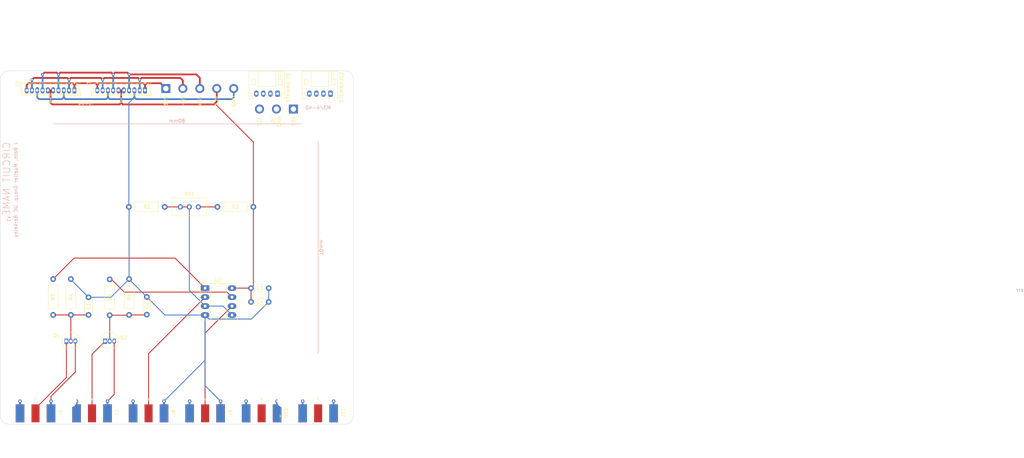
<source format=kicad_pcb>
(kicad_pcb (version 20241229) (generator "pcbnew") (generator_version "9.0")
  (layers (0 "F.Cu" signal) (4 "In1.Cu" signal) (6 "In2.Cu" signal) (2 "B.Cu" signal) (13 "F.Paste" user) (15 "B.Paste" user) (5 "F.SilkS" user "F.Silkscreen") (7 "B.SilkS" user "B.Silkscreen") (1 "F.Mask" user) (3 "B.Mask" user) (25 "Edge.Cuts" user))
  (net 0 "")
  (net 1 "GND")
  (net 2 "+5V")
  (net 3 "-5V")
  (net 4 "+12V")
  (net 5 "-12V")
  (net 6 "/I2C_SDA")
  (net 7 "/I2C_SCL")
  (net 8 "Net-(J6-In)")
  (net 9 "Net-(J7-In)")
  (net 10 "Net-(J8-In)")
  (net 11 "Net-(J9-In)")
  (net 12 "Net-(Q1-G)")
  (net 13 "Net-(Q2-G)")
  (net 14 "/Ref")
  (net 17 "VBUS")
  (net 18 "GNDS")
  (net 21 "Net-(R2-Pad2)")
  (net 22 "Net-(U1A-OUT)")
  (net 23 "Net-(U1B-OUT)")
  (footprint "Potentiometer_THT:Potentiometer_Bourns_3296W_Vertical" (layer "F.Cu") (at 156.08 88.5)
    (property "Reference" "RV1" (at -2.54 -3.66 0) (layer "F.SilkS"))
    (property "Value" "100k")
    (pad "1" thru_hole circle (at 0 0) (size 1.44 1.44) (drill 0.8) (layers "*.Cu" "*.Mask") (net 21 "Net-(R2-Pad2)"))
    (pad "2" thru_hole circle (at -2.54 0) (size 1.44 1.44) (drill 0.8) (layers "*.Cu" "*.Mask") (net 14 "/Ref"))
    (pad "3" thru_hole circle (at -5.08 0) (size 1.44 1.44) (drill 0.8) (layers "*.Cu" "*.Mask") (net 14 "/Ref"))
  )
  (footprint "Resistor_THT:R_Axial_DIN0207_L6.3mm_D2.5mm_P10.16mm_Horizontal" (layer "F.Cu") (at 136.42 88.5)
    (property "Reference" "R1" (at 5.08 0 0) (layer "F.SilkS"))
    (property "Value" "5R")
    (pad "1" thru_hole circle (at 0 0) (size 1.6 1.6) (drill 0.8) (layers "*.Cu" "*.Mask") (net 1 "GND"))
    (pad "2" thru_hole oval (at 10.16 0) (size 1.6 1.6) (drill 0.8) (layers "*.Cu" "*.Mask") (net 14 "/Ref"))
  )
  (footprint "Connector_Coaxial:SMA_Molex_73251-1153_EdgeMount_Horizontal" (layer "F.Cu") (at 190 145.21 90)
    (property "Reference" "J11" (at -1.5 7 90) (layer "F.SilkS"))
    (property "Value" "Conn_Coaxial")
    (pad "1" smd rect (at -1.72 0 90) (size 5.08 2.29) (layers "F.Cu" "F.Mask" "F.Paste"))
    (pad "2" smd rect (at -1.72 -4.38 90) (size 5.08 2.42) (layers "F.Cu" "F.Mask" "F.Paste"))
    (pad "2" smd rect (at -1.72 -4.38 90) (size 5.08 2.42) (layers "B.Cu" "B.Mask" "B.Paste"))
    (pad "2" smd rect (at -1.72 4.38 90) (size 5.08 2.42) (layers "F.Cu" "F.Mask" "F.Paste"))
    (pad "2" smd rect (at -1.72 4.38 90) (size 5.08 2.42) (layers "B.Cu" "B.Mask" "B.Paste"))
    (pad "2" smd rect (at 1.27 -4.38 90) (size 0.95 0.46) (layers "F.Cu"))
    (pad "2" smd rect (at 1.27 -4.38 90) (size 0.95 0.46) (layers "B.Cu"))
    (pad "2" smd rect (at 1.27 4.38 90) (size 0.95 0.46) (layers "F.Cu"))
    (pad "2" smd rect (at 1.27 4.38 90) (size 0.95 0.46) (layers "B.Cu"))
    (pad "2" thru_hole circle (at 1.72 -4.38 90) (size 0.97 0.97) (drill 0.46) (layers "*.Cu"))
    (pad "2" thru_hole circle (at 1.72 4.38 90) (size 0.97 0.97) (drill 0.46) (layers "*.Cu"))
  )
  (footprint "Connector_Wire:SolderWire-0.75sqmm_1x05_P4.8mm_D1.25mm_OD2.3mm" (layer "F.Cu") (at 146.9 55)
    (property "Reference" "J4" (hide yes))
    (property "Value" "Conn_01x05")
    (pad "1" thru_hole roundrect (at 0 0) (size 2.55 2.55) (drill 1.55) (layers "*.Cu" "*.Mask") (roundrect_rratio 0.098039) (net 5 "-12V"))
    (pad "2" thru_hole circle (at 4.8 0) (size 2.55 2.55) (drill 1.55) (layers "*.Cu" "*.Mask") (net 3 "-5V"))
    (pad "3" thru_hole circle (at 9.6 0) (size 2.55 2.55) (drill 1.55) (layers "*.Cu" "*.Mask") (net 2 "+5V"))
    (pad "4" thru_hole circle (at 14.4 0) (size 2.55 2.55) (drill 1.55) (layers "*.Cu" "*.Mask") (net 4 "+12V"))
    (pad "5" thru_hole circle (at 19.2 0) (size 2.55 2.55) (drill 1.55) (layers "*.Cu" "*.Mask") (net 1 "GND"))
  )
  (footprint "Connector_JST:JST_ZH_B10B-ZR_1x10_P1.50mm_Vertical" (layer "F.Cu") (at 141 55.5 180)
    (property "Reference" "J1" (at 16 1.75 270) (layer "F.SilkS"))
    (property "Value" "Conn_01x10_Pin")
    (pad "1" thru_hole roundrect (at 0 0 180) (size 1.03 1.73) (drill 0.73) (layers "*.Cu" "*.Mask") (roundrect_rratio 0.242718) (net 5 "-12V"))
    (pad "2" thru_hole oval (at 1.5 0 180) (size 1.03 1.73) (drill 0.73) (layers "*.Cu" "*.Mask") (net 3 "-5V"))
    (pad "3" thru_hole oval (at 3 0 180) (size 1.03 1.73) (drill 0.73) (layers "*.Cu" "*.Mask") (net 1 "GND"))
    (pad "4" thru_hole oval (at 4.5 0 180) (size 1.03 1.73) (drill 0.73) (layers "*.Cu" "*.Mask") (net 2 "+5V"))
    (pad "5" thru_hole oval (at 6 0 180) (size 1.03 1.73) (drill 0.73) (layers "*.Cu" "*.Mask") (net 4 "+12V"))
    (pad "6" thru_hole oval (at 7.5 0 180) (size 1.03 1.73) (drill 0.73) (layers "*.Cu" "*.Mask") (net 4 "+12V"))
    (pad "7" thru_hole oval (at 9 0 180) (size 1.03 1.73) (drill 0.73) (layers "*.Cu" "*.Mask") (net 2 "+5V"))
    (pad "8" thru_hole oval (at 10.5 0 180) (size 1.03 1.73) (drill 0.73) (layers "*.Cu" "*.Mask") (net 1 "GND"))
    (pad "9" thru_hole oval (at 12 0 180) (size 1.03 1.73) (drill 0.73) (layers "*.Cu" "*.Mask") (net 3 "-5V"))
    (pad "10" thru_hole oval (at 13.5 0 180) (size 1.03 1.73) (drill 0.73) (layers "*.Cu" "*.Mask") (net 5 "-12V"))
  )
  (footprint "Capacitor_THT:C_Disc_D4.3mm_W1.9mm_P5.00mm" (layer "F.Cu") (at 171 115.39)
    (property "Reference" "C4" (at 2.5 0 0) (layer "F.SilkS"))
    (property "Value" "10u")
    (pad "1" thru_hole circle (at 0 0) (size 1.6 1.6) (drill 0.8) (layers "*.Cu" "*.Mask") (net 4 "+12V"))
    (pad "2" thru_hole circle (at 5 0) (size 1.6 1.6) (drill 0.8) (layers "*.Cu" "*.Mask") (net 1 "GND"))
  )
  (footprint "MountingHole:MountingHole_3.2mm_M3" (layer "F.Cu") (at 190 135)
    (property "Reference" "H4" (hide yes))
    (property "Value" "MountingHole")
    (pad "" np_thru_hole circle (at 0 0) (size 3.2 3.2) (drill 3.2) (layers "*.Cu" "*.Mask"))
  )
  (footprint "MountingHole:MountingHole_3.2mm_M3" (layer "F.Cu") (at 110 65)
    (property "Reference" "H5" (hide yes))
    (property "Value" "MountingHole")
    (pad "" np_thru_hole circle (at 0 0) (size 3.2 3.2) (drill 3.2) (layers "*.Cu" "*.Mask"))
  )
  (footprint "Connector_Coaxial:SMA_Molex_73251-1153_EdgeMount_Horizontal" (layer "F.Cu") (at 142 145.21 90)
    (property "Reference" "J8" (at -1.5 7 90) (layer "F.SilkS"))
    (property "Value" "Conn_Coaxial")
    (pad "1" smd rect (at -1.72 0 90) (size 5.08 2.29) (layers "F.Cu" "F.Mask" "F.Paste") (net 10 "Net-(J8-In)"))
    (pad "2" smd rect (at -1.72 -4.38 90) (size 5.08 2.42) (layers "F.Cu" "F.Mask" "F.Paste") (net 1 "GND"))
    (pad "2" smd rect (at -1.72 -4.38 90) (size 5.08 2.42) (layers "B.Cu" "B.Mask" "B.Paste") (net 1 "GND"))
    (pad "2" smd rect (at -1.72 4.38 90) (size 5.08 2.42) (layers "F.Cu" "F.Mask" "F.Paste") (net 1 "GND"))
    (pad "2" smd rect (at -1.72 4.38 90) (size 5.08 2.42) (layers "B.Cu" "B.Mask" "B.Paste") (net 1 "GND"))
    (pad "2" smd rect (at 1.27 -4.38 90) (size 0.95 0.46) (layers "F.Cu") (net 1 "GND"))
    (pad "2" smd rect (at 1.27 -4.38 90) (size 0.95 0.46) (layers "B.Cu") (net 1 "GND"))
    (pad "2" smd rect (at 1.27 4.38 90) (size 0.95 0.46) (layers "F.Cu") (net 1 "GND"))
    (pad "2" smd rect (at 1.27 4.38 90) (size 0.95 0.46) (layers "B.Cu") (net 1 "GND"))
    (pad "2" thru_hole circle (at 1.72 -4.38 90) (size 0.97 0.97) (drill 0.46) (layers "*.Cu") (net 1 "GND"))
    (pad "2" thru_hole circle (at 1.72 4.38 90) (size 0.97 0.97) (drill 0.46) (layers "*.Cu") (net 1 "GND"))
  )
  (footprint "Connector_JST:JST_PH_S4B-PH-K_1x04_P2.00mm_Horizontal" (layer "F.Cu") (at 178.5 56.45 180)
    (property "Reference" "J3" (at -3.1 4.85 90) (layer "F.SilkS"))
    (property "Value" "Conn_01x04_Pin")
    (pad "1" thru_hole roundrect (at 0 0 180) (size 1.2 1.75) (drill 0.75) (layers "*.Cu" "*.Mask") (roundrect_rratio 0.208333) (net 7 "/I2C_SCL"))
    (pad "2" thru_hole oval (at 2 0 180) (size 1.2 1.75) (drill 0.75) (layers "*.Cu" "*.Mask") (net 6 "/I2C_SDA"))
    (pad "3" thru_hole oval (at 4 0 180) (size 1.2 1.75) (drill 0.75) (layers "*.Cu" "*.Mask") (net 17 "VBUS"))
    (pad "4" thru_hole oval (at 6 0 180) (size 1.2 1.75) (drill 0.75) (layers "*.Cu" "*.Mask") (net 18 "GNDS"))
  )
  (footprint "Capacitor_THT:C_Disc_D4.3mm_W1.9mm_P5.00mm" (layer "F.Cu") (at 125 119.08 90)
    (property "Reference" "C1" (at 2.5 0 90) (layer "F.SilkS"))
    (property "Value" "1u")
    (pad "1" thru_hole circle (at 0 0 90) (size 1.6 1.6) (drill 0.8) (layers "*.Cu" "*.Mask") (net 12 "Net-(Q1-G)"))
    (pad "2" thru_hole circle (at 5 0 90) (size 1.6 1.6) (drill 0.8) (layers "*.Cu" "*.Mask") (net 1 "GND"))
  )
  (footprint "MountingHole:MountingHole_3.2mm_M3" (layer "F.Cu") (at 190 65)
    (property "Reference" "H6" (hide yes))
    (property "Value" "MountingHole")
    (pad "" np_thru_hole circle (at 0 0) (size 3.2 3.2) (drill 3.2) (layers "*.Cu" "*.Mask"))
  )
  (footprint "Package_TO_SOT_THT:TO-92_Inline" (layer "F.Cu") (at 118.73 126.5)
    (property "Reference" "Q1" (at -2.73 -1.5 0) (layer "F.SilkS"))
    (property "Value" "BS107")
    (pad "1" thru_hole rect (at 0 0) (size 1.05 1.5) (drill 0.75) (layers "*.Cu" "*.Mask") (net 8 "Net-(J6-In)"))
    (pad "2" thru_hole oval (at 1.27 0) (size 1.05 1.5) (drill 0.75) (layers "*.Cu" "*.Mask") (net 12 "Net-(Q1-G)"))
    (pad "3" thru_hole oval (at 2.54 0) (size 1.05 1.5) (drill 0.75) (layers "*.Cu" "*.Mask") (net 1 "GND"))
  )
  (footprint "MountingHole:MountingHole_3.2mm_M3" (layer "F.Cu") (at 110 135)
    (property "Reference" "H3" (hide yes))
    (property "Value" "MountingHole")
    (pad "" np_thru_hole circle (at 0 0) (size 3.2 3.2) (drill 3.2) (layers "*.Cu" "*.Mask"))
  )
  (footprint "Resistor_THT:R_Axial_DIN0207_L6.3mm_D2.5mm_P10.16mm_Horizontal" (layer "F.Cu") (at 115 108.92 -90)
    (property "Reference" "R3" (at 5.08 0 90) (layer "F.SilkS"))
    (property "Value" "100k")
    (pad "1" thru_hole circle (at 0 0 270) (size 1.6 1.6) (drill 0.8) (layers "*.Cu" "*.Mask") (net 22 "Net-(U1A-OUT)"))
    (pad "2" thru_hole oval (at 10.16 0 270) (size 1.6 1.6) (drill 0.8) (layers "*.Cu" "*.Mask") (net 12 "Net-(Q1-G)"))
  )
  (footprint "Resistor_THT:R_Axial_DIN0207_L6.3mm_D2.5mm_P10.16mm_Horizontal" (layer "F.Cu") (at 131 109 -90)
    (property "Reference" "R5" (at 5.08 0 90) (layer "F.SilkS"))
    (property "Value" "100k")
    (pad "1" thru_hole circle (at 0 0 270) (size 1.6 1.6) (drill 0.8) (layers "*.Cu" "*.Mask") (net 23 "Net-(U1B-OUT)"))
    (pad "2" thru_hole oval (at 10.16 0 270) (size 1.6 1.6) (drill 0.8) (layers "*.Cu" "*.Mask") (net 13 "Net-(Q2-G)"))
  )
  (footprint "Resistor_THT:R_Axial_DIN0207_L6.3mm_D2.5mm_P10.16mm_Horizontal" (layer "F.Cu") (at 120 119.08 90)
    (property "Reference" "R4" (at 5.08 0 90) (layer "F.SilkS"))
    (property "Value" "100k")
    (pad "1" thru_hole circle (at 0 0 90) (size 1.6 1.6) (drill 0.8) (layers "*.Cu" "*.Mask") (net 12 "Net-(Q1-G)"))
    (pad "2" thru_hole oval (at 10.16 0 90) (size 1.6 1.6) (drill 0.8) (layers "*.Cu" "*.Mask") (net 1 "GND"))
  )
  (footprint "matterwaves:Keystone 621" (layer "F.Cu") (at 180 143.6 180)
    (property "Reference" "H2" (at 0 -4.2 180) (layer "F.SilkS"))
    (property "Value" "Keystone Electronics 621")
    (pad "" np_thru_hole circle (at 0 0 180) (size 3.2 3.2) (drill 3.2) (layers "*.Cu" "*.Mask"))
  )
  (footprint "Capacitor_THT:C_Disc_D4.3mm_W1.9mm_P5.00mm" (layer "F.Cu") (at 141.5 119 90)
    (property "Reference" "C2" (at 2.5 0 90) (layer "F.SilkS"))
    (property "Value" "1u")
    (pad "1" thru_hole circle (at 0 0 90) (size 1.6 1.6) (drill 0.8) (layers "*.Cu" "*.Mask") (net 13 "Net-(Q2-G)"))
    (pad "2" thru_hole circle (at 5 0 90) (size 1.6 1.6) (drill 0.8) (layers "*.Cu" "*.Mask") (net 1 "GND"))
  )
  (footprint "Connector_Coaxial:SMA_Molex_73251-1153_EdgeMount_Horizontal" (layer "F.Cu") (at 126 145.21 90)
    (property "Reference" "J7" (at -1.5 7 90) (layer "F.SilkS"))
    (property "Value" "Conn_Coaxial")
    (pad "1" smd rect (at -1.72 0 90) (size 5.08 2.29) (layers "F.Cu" "F.Mask" "F.Paste") (net 9 "Net-(J7-In)"))
    (pad "2" smd rect (at -1.72 -4.38 90) (size 5.08 2.42) (layers "F.Cu" "F.Mask" "F.Paste") (net 1 "GND"))
    (pad "2" smd rect (at -1.72 -4.38 90) (size 5.08 2.42) (layers "B.Cu" "B.Mask" "B.Paste") (net 1 "GND"))
    (pad "2" smd rect (at -1.72 4.38 90) (size 5.08 2.42) (layers "F.Cu" "F.Mask" "F.Paste") (net 1 "GND"))
    (pad "2" smd rect (at -1.72 4.38 90) (size 5.08 2.42) (layers "B.Cu" "B.Mask" "B.Paste") (net 1 "GND"))
    (pad "2" smd rect (at 1.27 -4.38 90) (size 0.95 0.46) (layers "F.Cu") (net 1 "GND"))
    (pad "2" smd rect (at 1.27 -4.38 90) (size 0.95 0.46) (layers "B.Cu") (net 1 "GND"))
    (pad "2" smd rect (at 1.27 4.38 90) (size 0.95 0.46) (layers "F.Cu") (net 1 "GND"))
    (pad "2" smd rect (at 1.27 4.38 90) (size 0.95 0.46) (layers "B.Cu") (net 1 "GND"))
    (pad "2" thru_hole circle (at 1.72 -4.38 90) (size 0.97 0.97) (drill 0.46) (layers "*.Cu") (net 1 "GND"))
    (pad "2" thru_hole circle (at 1.72 4.38 90) (size 0.97 0.97) (drill 0.46) (layers "*.Cu") (net 1 "GND"))
  )
  (footprint "Package_DIP:DIP-8_W7.62mm_Socket_LongPads" (layer "F.Cu") (at 158 111.5)
    (property "Reference" "U1" (at 3.81 -2.33 0) (layer "F.SilkS"))
    (property "Value" "AD823")
    (pad "1" thru_hole roundrect (at 0 0) (size 2.4 1.6) (drill 0.8) (layers "*.Cu" "*.Mask") (roundrect_rratio 0.15625) (net 22 "Net-(U1A-OUT)"))
    (pad "2" thru_hole oval (at 0 2.54) (size 2.4 1.6) (drill 0.8) (layers "*.Cu" "*.Mask") (net 10 "Net-(J8-In)"))
    (pad "3" thru_hole oval (at 0 5.08) (size 2.4 1.6) (drill 0.8) (layers "*.Cu" "*.Mask") (net 14 "/Ref"))
    (pad "4" thru_hole oval (at 0 7.62) (size 2.4 1.6) (drill 0.8) (layers "*.Cu" "*.Mask") (net 1 "GND"))
    (pad "5" thru_hole oval (at 7.62 7.62) (size 2.4 1.6) (drill 0.8) (layers "*.Cu" "*.Mask") (net 14 "/Ref"))
    (pad "6" thru_hole oval (at 7.62 5.08) (size 2.4 1.6) (drill 0.8) (layers "*.Cu" "*.Mask") (net 11 "Net-(J9-In)"))
    (pad "7" thru_hole oval (at 7.62 2.54) (size 2.4 1.6) (drill 0.8) (layers "*.Cu" "*.Mask") (net 23 "Net-(U1B-OUT)"))
    (pad "8" thru_hole oval (at 7.62 0) (size 2.4 1.6) (drill 0.8) (layers "*.Cu" "*.Mask") (net 4 "+12V"))
  )
  (footprint "Connector_JST:JST_ZH_B10B-ZR_1x10_P1.50mm_Vertical" (layer "F.Cu") (at 121 55.5 180)
    (property "Reference" "J2" (at 16 1.75 270) (layer "F.SilkS"))
    (property "Value" "Conn_01x10_Pin")
    (pad "1" thru_hole roundrect (at 0 0 180) (size 1.03 1.73) (drill 0.73) (layers "*.Cu" "*.Mask") (roundrect_rratio 0.242718) (net 5 "-12V"))
    (pad "2" thru_hole oval (at 1.5 0 180) (size 1.03 1.73) (drill 0.73) (layers "*.Cu" "*.Mask") (net 3 "-5V"))
    (pad "3" thru_hole oval (at 3 0 180) (size 1.03 1.73) (drill 0.73) (layers "*.Cu" "*.Mask") (net 1 "GND"))
    (pad "4" thru_hole oval (at 4.5 0 180) (size 1.03 1.73) (drill 0.73) (layers "*.Cu" "*.Mask") (net 2 "+5V"))
    (pad "5" thru_hole oval (at 6 0 180) (size 1.03 1.73) (drill 0.73) (layers "*.Cu" "*.Mask") (net 4 "+12V"))
    (pad "6" thru_hole oval (at 7.5 0 180) (size 1.03 1.73) (drill 0.73) (layers "*.Cu" "*.Mask") (net 4 "+12V"))
    (pad "7" thru_hole oval (at 9 0 180) (size 1.03 1.73) (drill 0.73) (layers "*.Cu" "*.Mask") (net 2 "+5V"))
    (pad "8" thru_hole oval (at 10.5 0 180) (size 1.03 1.73) (drill 0.73) (layers "*.Cu" "*.Mask") (net 1 "GND"))
    (pad "9" thru_hole oval (at 12 0 180) (size 1.03 1.73) (drill 0.73) (layers "*.Cu" "*.Mask") (net 3 "-5V"))
    (pad "10" thru_hole oval (at 13.5 0 180) (size 1.03 1.73) (drill 0.73) (layers "*.Cu" "*.Mask") (net 5 "-12V"))
  )
  (footprint "Connector_Wire:SolderWire-0.75sqmm_1x03_P4.8mm_D1.25mm_OD2.3mm" (layer "F.Cu") (at 183 60.8 180)
    (property "Reference" "J5" (hide yes))
    (property "Value" "Conn_01x03")
    (pad "1" thru_hole roundrect (at 0 0 180) (size 2.55 2.55) (drill 1.55) (layers "*.Cu" "*.Mask") (roundrect_rratio 0.098039) (net 6 "/I2C_SDA"))
    (pad "2" thru_hole circle (at 4.8 0 180) (size 2.55 2.55) (drill 1.55) (layers "*.Cu" "*.Mask") (net 18 "GNDS"))
    (pad "3" thru_hole circle (at 9.6 0 180) (size 2.55 2.55) (drill 1.55) (layers "*.Cu" "*.Mask") (net 7 "/I2C_SCL"))
  )
  (footprint "Connector_Coaxial:SMA_Molex_73251-1153_EdgeMount_Horizontal" (layer "F.Cu") (at 158 145.21 90)
    (property "Reference" "J9" (at -1.5 7 90) (layer "F.SilkS"))
    (property "Value" "Conn_Coaxial")
    (pad "1" smd rect (at -1.72 0 90) (size 5.08 2.29) (layers "F.Cu" "F.Mask" "F.Paste") (net 11 "Net-(J9-In)"))
    (pad "2" smd rect (at -1.72 -4.38 90) (size 5.08 2.42) (layers "F.Cu" "F.Mask" "F.Paste") (net 1 "GND"))
    (pad "2" smd rect (at -1.72 -4.38 90) (size 5.08 2.42) (layers "B.Cu" "B.Mask" "B.Paste") (net 1 "GND"))
    (pad "2" smd rect (at -1.72 4.38 90) (size 5.08 2.42) (layers "F.Cu" "F.Mask" "F.Paste") (net 1 "GND"))
    (pad "2" smd rect (at -1.72 4.38 90) (size 5.08 2.42) (layers "B.Cu" "B.Mask" "B.Paste") (net 1 "GND"))
    (pad "2" smd rect (at 1.27 -4.38 90) (size 0.95 0.46) (layers "F.Cu") (net 1 "GND"))
    (pad "2" smd rect (at 1.27 -4.38 90) (size 0.95 0.46) (layers "B.Cu") (net 1 "GND"))
    (pad "2" smd rect (at 1.27 4.38 90) (size 0.95 0.46) (layers "F.Cu") (net 1 "GND"))
    (pad "2" smd rect (at 1.27 4.38 90) (size 0.95 0.46) (layers "B.Cu") (net 1 "GND"))
    (pad "2" thru_hole circle (at 1.72 -4.38 90) (size 0.97 0.97) (drill 0.46) (layers "*.Cu") (net 1 "GND"))
    (pad "2" thru_hole circle (at 1.72 4.38 90) (size 0.97 0.97) (drill 0.46) (layers "*.Cu") (net 1 "GND"))
  )
  (footprint "matterwaves:Keystone 621" (layer "F.Cu") (at 120 143.6 180)
    (property "Reference" "H1" (hide yes))
    (property "Value" "Keystone Electronics 621")
    (pad "" np_thru_hole circle (at 0 0 180) (size 3.2 3.2) (drill 3.2) (layers "*.Cu" "*.Mask"))
  )
  (footprint "Connector_JST:JST_PH_S4B-PH-K_1x04_P2.00mm_Horizontal" (layer "F.Cu") (at 193.5 56.45 180)
    (property "Reference" "J12" (at -3.1 4.85 90) (layer "F.SilkS"))
    (property "Value" "Conn_01x04_Pin")
    (pad "1" thru_hole roundrect (at 0 0 180) (size 1.2 1.75) (drill 0.75) (layers "*.Cu" "*.Mask") (roundrect_rratio 0.208333) (net 7 "/I2C_SCL"))
    (pad "2" thru_hole oval (at 2 0 180) (size 1.2 1.75) (drill 0.75) (layers "*.Cu" "*.Mask") (net 6 "/I2C_SDA"))
    (pad "3" thru_hole oval (at 4 0 180) (size 1.2 1.75) (drill 0.75) (layers "*.Cu" "*.Mask") (net 17 "VBUS"))
    (pad "4" thru_hole oval (at 6 0 180) (size 1.2 1.75) (drill 0.75) (layers "*.Cu" "*.Mask") (net 18 "GNDS"))
  )
  (footprint "Connector_Coaxial:SMA_Molex_73251-1153_EdgeMount_Horizontal" (layer "F.Cu") (at 174 145.21 90)
    (property "Reference" "J10" (at -1.5 7 90) (layer "F.SilkS"))
    (property "Value" "Conn_Coaxial")
    (pad "1" smd rect (at -1.72 0 90) (size 5.08 2.29) (layers "F.Cu" "F.Mask" "F.Paste"))
    (pad "2" smd rect (at -1.72 -4.38 90) (size 5.08 2.42) (layers "F.Cu" "F.Mask" "F.Paste"))
    (pad "2" smd rect (at -1.72 -4.38 90) (size 5.08 2.42) (layers "B.Cu" "B.Mask" "B.Paste"))
    (pad "2" smd rect (at -1.72 4.38 90) (size 5.08 2.42) (layers "F.Cu" "F.Mask" "F.Paste"))
    (pad "2" smd rect (at -1.72 4.38 90) (size 5.08 2.42) (layers "B.Cu" "B.Mask" "B.Paste"))
    (pad "2" smd rect (at 1.27 -4.38 90) (size 0.95 0.46) (layers "F.Cu"))
    (pad "2" smd rect (at 1.27 -4.38 90) (size 0.95 0.46) (layers "B.Cu"))
    (pad "2" smd rect (at 1.27 4.38 90) (size 0.95 0.46) (layers "F.Cu"))
    (pad "2" smd rect (at 1.27 4.38 90) (size 0.95 0.46) (layers "B.Cu"))
    (pad "2" thru_hole circle (at 1.72 -4.38 90) (size 0.97 0.97) (drill 0.46) (layers "*.Cu"))
    (pad "2" thru_hole circle (at 1.72 4.38 90) (size 0.97 0.97) (drill 0.46) (layers "*.Cu"))
  )
  (footprint "Resistor_THT:R_Axial_DIN0207_L6.3mm_D2.5mm_P10.16mm_Horizontal" (layer "F.Cu") (at 136.5 119.08 90)
    (property "Reference" "R6" (at 5.08 0 90) (layer "F.SilkS"))
    (property "Value" "100k")
    (pad "1" thru_hole circle (at 0 0 90) (size 1.6 1.6) (drill 0.8) (layers "*.Cu" "*.Mask") (net 13 "Net-(Q2-G)"))
    (pad "2" thru_hole oval (at 10.16 0 90) (size 1.6 1.6) (drill 0.8) (layers "*.Cu" "*.Mask") (net 1 "GND"))
  )
  (footprint "Resistor_THT:R_Axial_DIN0207_L6.3mm_D2.5mm_P10.16mm_Horizontal" (layer "F.Cu") (at 171.66 88.5 180)
    (property "Reference" "R2" (at 5.08 0 0) (layer "F.SilkS"))
    (property "Value" "47k")
    (pad "1" thru_hole circle (at 0 0 180) (size 1.6 1.6) (drill 0.8) (layers "*.Cu" "*.Mask") (net 4 "+12V"))
    (pad "2" thru_hole oval (at 10.16 0 180) (size 1.6 1.6) (drill 0.8) (layers "*.Cu" "*.Mask") (net 21 "Net-(R2-Pad2)"))
  )
  (footprint "Capacitor_THT:C_Disc_D4.3mm_W1.9mm_P5.00mm" (layer "F.Cu") (at 171 111.5)
    (property "Reference" "C3" (at 2.5 0 0) (layer "F.SilkS"))
    (property "Value" "100n")
    (pad "1" thru_hole circle (at 0 0) (size 1.6 1.6) (drill 0.8) (layers "*.Cu" "*.Mask") (net 4 "+12V"))
    (pad "2" thru_hole circle (at 5 0) (size 1.6 1.6) (drill 0.8) (layers "*.Cu" "*.Mask") (net 1 "GND"))
  )
  (footprint "Package_TO_SOT_THT:TO-92_Inline" (layer "F.Cu") (at 129.73 126.5)
    (property "Reference" "Q2" (at 5.27 -1 0) (layer "F.SilkS"))
    (property "Value" "BS107")
    (pad "1" thru_hole rect (at 0 0) (size 1.05 1.5) (drill 0.75) (layers "*.Cu" "*.Mask") (net 9 "Net-(J7-In)"))
    (pad "2" thru_hole oval (at 1.27 0) (size 1.05 1.5) (drill 0.75) (layers "*.Cu" "*.Mask") (net 13 "Net-(Q2-G)"))
    (pad "3" thru_hole oval (at 2.54 0) (size 1.05 1.5) (drill 0.75) (layers "*.Cu" "*.Mask") (net 1 "GND"))
  )
  (footprint "Connector_Coaxial:SMA_Molex_73251-1153_EdgeMount_Horizontal" (layer "F.Cu") (at 110 145.21 90)
    (property "Reference" "J6" (at -1.5 7 90) (layer "F.SilkS"))
    (property "Value" "Conn_Coaxial")
    (pad "1" smd rect (at -1.72 0 90) (size 5.08 2.29) (layers "F.Cu" "F.Mask" "F.Paste") (net 8 "Net-(J6-In)"))
    (pad "2" smd rect (at -1.72 -4.38 90) (size 5.08 2.42) (layers "F.Cu" "F.Mask" "F.Paste") (net 1 "GND"))
    (pad "2" smd rect (at -1.72 -4.38 90) (size 5.08 2.42) (layers "B.Cu" "B.Mask" "B.Paste") (net 1 "GND"))
    (pad "2" smd rect (at -1.72 4.38 90) (size 5.08 2.42) (layers "F.Cu" "F.Mask" "F.Paste") (net 1 "GND"))
    (pad "2" smd rect (at -1.72 4.38 90) (size 5.08 2.42) (layers "B.Cu" "B.Mask" "B.Paste") (net 1 "GND"))
    (pad "2" smd rect (at 1.27 -4.38 90) (size 0.95 0.46) (layers "F.Cu") (net 1 "GND"))
    (pad "2" smd rect (at 1.27 -4.38 90) (size 0.95 0.46) (layers "B.Cu") (net 1 "GND"))
    (pad "2" smd rect (at 1.27 4.38 90) (size 0.95 0.46) (layers "F.Cu") (net 1 "GND"))
    (pad "2" smd rect (at 1.27 4.38 90) (size 0.95 0.46) (layers "B.Cu") (net 1 "GND"))
    (pad "2" thru_hole circle (at 1.72 -4.38 90) (size 0.97 0.97) (drill 0.46) (layers "*.Cu") (net 1 "GND"))
    (pad "2" thru_hole circle (at 1.72 4.38 90) (size 0.97 0.97) (drill 0.46) (layers "*.Cu") (net 1 "GND"))
  )
  (gr_line (start 115 109) (end 115 108.92) (stroke (width 0.2)) (layer "F.Cu") (net 22))
  (gr_line (start 134.25 59) (end 134.25 57.5) (stroke (width 0.15)) (layer "F.SilkS"))
  (gr_line (start 126.75 59) (end 134.25 59) (stroke (width 0.15)) (layer "F.SilkS"))
  (gr_line (start 114.25 59) (end 114.25 57.5) (stroke (width 0.15)) (layer "F.SilkS"))
  (gr_line (start 121.75 59) (end 114.25 59) (stroke (width 0.15)) (layer "F.SilkS"))
  (gr_line (start 190 70) (end 190 130) (stroke (width 0.15)) (layer "B.SilkS"))
  (gr_line (start 115 65) (end 185 65) (stroke (width 0.15)) (layer "B.SilkS"))
  (gr_line (start 102.5 150) (end 197.5 150) (stroke (width 0.1)) (layer "Edge.Cuts"))
  (gr_arc (start 100 52.5) (mid 100.732233 50.732233) (end 102.5 50) (stroke (width 0.1)) (layer "Edge.Cuts"))
  (gr_arc (start 197.5 50) (mid 199.267767 50.732233) (end 200 52.5) (stroke (width 0.1)) (layer "Edge.Cuts"))
  (gr_arc (start 102.5 150) (mid 100.732233 149.267767) (end 100 147.5) (stroke (width 0.1)) (layer "Edge.Cuts"))
  (gr_line (start 197.5 50) (end 102.5 50) (stroke (width 0.1)) (layer "Edge.Cuts"))
  (gr_line (start 200 52.5) (end 200 147.5) (stroke (width 0.1)) (layer "Edge.Cuts"))
  (gr_line (start 100 52.5) (end 100 147.5) (stroke (width 0.1)) (layer "Edge.Cuts"))
  (gr_arc (start 200 147.5) (mid 199.267767 149.267767) (end 197.5 150) (stroke (width 0.1)) (layer "Edge.Cuts"))
  (gr_text "power" (at 124.25 59 0) (layer "F.SilkS") (effects (font (size 1 1))))
  (gr_text "-5V" (at 151.7 57 90) (layer "F.SilkS") (effects (font (size 1 1)) (justify right)))
  (gr_text "-12V" (at 146.9 57 90) (layer "F.SilkS") (effects (font (size 1 1)) (justify right)))
  (gr_text "+5V" (at 156.5 57 90) (layer "F.SilkS") (effects (font (size 1 1)) (justify right)))
  (gr_text "STEMMA" (at 196 59 90) (layer "F.SilkS") (effects (font (size 1 1)) (justify left top)))
  (gr_text "STEMMA" (at 181 59 90) (layer "F.SilkS") (effects (font (size 1 1)) (justify left top)))
  (gr_text "+12V" (at 161.3 57 90) (layer "F.SilkS") (effects (font (size 1 1)) (justify right)))
  (gr_text "GND" (at 166.1 57 90) (layer "F.SilkS") (effects (font (size 1 1)) (justify right)))
  (gr_text "SCL" (at 173.4 62.8 90) (layer "F.SilkS") (effects (font (size 1 1)) (justify right)))
  (gr_text "I^{2}C\nGND" (at 178.2 62.8 90) (layer "F.SilkS") (effects (font (size 1 1)) (justify right)))
  (gr_text "SDA" (at 183 62.8 90) (layer "F.SilkS") (effects (font (size 1 1)) (justify right)))
  (gr_text "err" (at 388.62 112.075 0) (layer "B.SilkS") (effects (font (size 1 1)) (justify mirror)))
  (gr_text "v1" (at 103 91 90) (layer "B.SilkS") (effects (font (size 1 1)) (justify left bottom mirror)))
  (gr_text "CIRCUIT NAME" (at 103 70 90) (layer "B.SilkS") (effects (font (size 2 2)) (justify left bottom mirror)))
  (gr_text "J Roth, Mueller Group, UC Berkeley" (at 105 70 90) (layer "B.SilkS") (effects (font (size 1 1)) (justify left bottom mirror)))
  (gr_text "M3/4-40" (at 190 61 0) (layer "B.SilkS") (effects (font (size 1 1)) (justify bottom mirror)))
  (gr_text "70mm" (at 190.25 100 270) (layer "B.SilkS") (effects (font (size 1 1)) (justify bottom mirror)))
  (gr_text "80mm" (at 150 64.75 0) (layer "B.SilkS") (effects (font (size 1 1)) (justify bottom mirror)))
  (segment (start 114.38 142.12) (end 121.27 135.23) (width 0.25) (layer "F.Cu") (net 1))
  (segment (start 121.27 135.23) (end 121.27 126.5) (width 0.25) (layer "F.Cu") (net 1))
  (segment (start 114.38 146.93) (end 114.38 142.12) (width 0.25) (layer "F.Cu") (net 1))
  (segment (start 132.27 126.5) (end 132.27 141.6) (width 0.25) (layer "F.Cu") (net 1))
  (segment (start 132.27 141.6) (end 130.38 143.49) (width 0.25) (layer "F.Cu") (net 1))
  (segment (start 141.5 114) (end 136.5 109) (width 0.25) (layer "B.Cu") (net 1))
  (segment (start 146.62 119.12) (end 141.5 114) (width 0.25) (layer "B.Cu") (net 1))
  (segment (start 136.5 88.58) (end 136.42 88.5) (width 0.25) (layer "B.Cu") (net 1))
  (segment (start 158 139.11) (end 158 119.12) (width 0.25) (layer "B.Cu") (net 1))
  (segment (start 165.5 58) (end 166.1 57.4) (width 0.5) (layer "B.Cu") (net 1))
  (segment (start 176 115.39) (end 171.144 120.246) (width 0.25) (layer "B.Cu") (net 1))
  (segment (start 118 57.5) (end 118.5 58) (width 0.5) (layer "B.Cu") (net 1))
  (segment (start 125 114.08) (end 131.34 114.08) (width 0.25) (layer "B.Cu") (net 1))
  (segment (start 125 114.08) (end 120 109.08) (width 0.25) (layer "B.Cu") (net 1))
  (segment (start 159.126 120.246) (end 158 119.12) (width 0.25) (layer "B.Cu") (net 1))
  (segment (start 110.5 57.5) (end 111 58) (width 0.5) (layer "B.Cu") (net 1))
  (segment (start 130.5 57.5) (end 131 58) (width 0.5) (layer "B.Cu") (net 1))
  (segment (start 117.5 58) (end 118 57.5) (width 0.5) (layer "B.Cu") (net 1))
  (segment (start 118.5 58) (end 130 58) (width 0.5) (layer "B.Cu") (net 1))
  (segment (start 110.5 55.5) (end 110.5 57.5) (width 0.5) (layer "B.Cu") (net 1))
  (segment (start 136.5 109) (end 136.5 108.92) (width 0.25) (layer "B.Cu") (net 1))
  (segment (start 138 57.5) (end 138.5 58) (width 0.5) (layer "B.Cu") (net 1))
  (segment (start 137.5 58) (end 138 57.5) (width 0.5) (layer "B.Cu") (net 1))
  (segment (start 158 131.87) (end 146.38 143.49) (width 0.25) (layer "B.Cu") (net 1))
  (segment (start 130.5 55.5) (end 130.5 57.5) (width 0.5) (layer "B.Cu") (net 1))
  (segment (start 131.34 114.08) (end 136.5 108.92) (width 0.25) (layer "B.Cu") (net 1))
  (segment (start 130 58) (end 130.5 57.5) (width 0.5) (layer "B.Cu") (net 1))
  (segment (start 176 111.5) (end 176 115.39) (width 0.25) (layer "B.Cu") (net 1))
  (segment (start 138 55.5) (end 138 57.5) (width 0.5) (layer "B.Cu") (net 1))
  (segment (start 120 109.08) (end 120 108.92) (width 0.25) (layer "B.Cu") (net 1))
  (segment (start 138.5 58) (end 165.5 58) (width 0.5) (layer "B.Cu") (net 1))
  (segment (start 162.38 143.49) (end 158 139.11) (width 0.25) (layer "B.Cu") (net 1))
  (segment (start 131 58) (end 137.5 58) (width 0.5) (layer "B.Cu") (net 1))
  (segment (start 158 119.12) (end 158 131.87) (width 0.25) (layer "B.Cu") (net 1))
  (segment (start 166.1 57.4) (end 166.1 55) (width 0.5) (layer "B.Cu") (net 1))
  (segment (start 136.42 88.5) (end 136.42 59.08) (width 0.25) (layer "B.Cu") (net 1))
  (segment (start 136.5 108.92) (end 136.5 88.58) (width 0.25) (layer "B.Cu") (net 1))
  (segment (start 111 58) (end 117.5 58) (width 0.5) (layer "B.Cu") (net 1))
  (segment (start 158 119.12) (end 146.62 119.12) (width 0.25) (layer "B.Cu") (net 1))
  (segment (start 118 55.5) (end 118 57.5) (width 0.5) (layer "B.Cu") (net 1))
  (segment (start 136.42 59.08) (end 137.5 58) (width 0.25) (layer "B.Cu") (net 1))
  (segment (start 171.144 120.246) (end 159.126 120.246) (width 0.25) (layer "B.Cu") (net 1))
  (segment (start 156.5 55) (end 156.5 52) (width 0.5) (layer "F.Cu") (net 2))
  (segment (start 131.5 50.5) (end 131 50.5) (width 0.5) (layer "F.Cu") (net 2))
  (segment (start 117 50.5) (end 116.5 51) (width 0.5) (layer "F.Cu") (net 2))
  (segment (start 132.5 50.5) (end 132 51) (width 0.5) (layer "F.Cu") (net 2))
  (segment (start 156.5 52) (end 155.5 51) (width 0.5) (layer "F.Cu") (net 2))
  (segment (start 155.5 51) (end 136.5 51) (width 0.5) (layer "F.Cu") (net 2))
  (segment (start 136.5 51) (end 136 50.5) (width 0.5) (layer "F.Cu") (net 2))
  (segment (start 131 50.5) (end 117 50.5) (width 0.5) (layer "F.Cu") (net 2))
  (segment (start 112.5 50.5) (end 112 51) (width 0.5) (layer "F.Cu") (net 2))
  (segment (start 116 50.5) (end 112.5 50.5) (width 0.5) (layer "F.Cu") (net 2))
  (segment (start 116.5 51) (end 116 50.5) (width 0.5) (layer "F.Cu") (net 2))
  (segment (start 132 51) (end 131.5 50.5) (width 0.5) (layer "F.Cu") (net 2))
  (segment (start 136 50.5) (end 132.5 50.5) (width 0.5) (layer "F.Cu") (net 2))
  (via (at 136.5 51) (size 0.8) (drill 0.4) (layers "F.Cu" "B.Cu") (net 2))
  (via (at 112 51) (size 0.8) (drill 0.4) (layers "F.Cu" "B.Cu") (net 2))
  (via (at 116.5 51) (size 0.8) (drill 0.4) (layers "F.Cu" "B.Cu") (net 2))
  (via (at 132 51) (size 0.8) (drill 0.4) (layers "F.Cu" "B.Cu") (net 2))
  (segment (start 116.5 51) (end 116.5 55.5) (width 0.5) (layer "B.Cu") (net 2))
  (segment (start 136.5 51) (end 136.5 55.5) (width 0.5) (layer "B.Cu") (net 2))
  (segment (start 112 51) (end 112 55.5) (width 0.5) (layer "B.Cu") (net 2))
  (segment (start 132 51) (end 132 55.5) (width 0.5) (layer "B.Cu") (net 2))
  (segment (start 151 52) (end 140 52) (width 0.5) (layer "F.Cu") (net 3))
  (segment (start 120 52) (end 119.5 52.5) (width 0.5) (layer "F.Cu") (net 3))
  (segment (start 151.7 52.7) (end 151.7 55) (width 0.5) (layer "F.Cu") (net 3))
  (segment (start 128.5 52) (end 120 52) (width 0.5) (layer "F.Cu") (net 3))
  (segment (start 140 52) (end 139.5 52.5) (width 0.5) (layer "F.Cu") (net 3))
  (segment (start 119.5 52.5) (end 119 52) (width 0.5) (layer "F.Cu") (net 3))
  (segment (start 129 52.5) (end 128.5 52) (width 0.5) (layer "F.Cu") (net 3))
  (segment (start 109.5 52) (end 109 52.5) (width 0.5) (layer "F.Cu") (net 3))
  (segment (start 151.7 52.7) (end 151 52) (width 0.5) (layer "F.Cu") (net 3))
  (segment (start 119 52) (end 109.5 52) (width 0.5) (layer "F.Cu") (net 3))
  (segment (start 129.5 52) (end 129 52.5) (width 0.5) (layer "F.Cu") (net 3))
  (segment (start 139.5 52.5) (end 139 52) (width 0.5) (layer "F.Cu") (net 3))
  (segment (start 139 52) (end 129.5 52) (width 0.5) (layer "F.Cu") (net 3))
  (via (at 129 52.5) (size 0.8) (drill 0.4) (layers "F.Cu" "B.Cu") (net 3))
  (via (at 109 52.5) (size 0.8) (drill 0.4) (layers "F.Cu" "B.Cu") (net 3))
  (via (at 119.5 52.5) (size 0.8) (drill 0.4) (layers "F.Cu" "B.Cu") (net 3))
  (via (at 139.5 52.5) (size 0.8) (drill 0.4) (layers "F.Cu" "B.Cu") (net 3))
  (segment (start 129 52.5) (end 129 55.5) (width 0.5) (layer "B.Cu") (net 3))
  (segment (start 139.5 52.5) (end 139.5 55.5) (width 0.5) (layer "B.Cu") (net 3))
  (segment (start 119.5 52.5) (end 119.5 55.5) (width 0.5) (layer "B.Cu") (net 3))
  (segment (start 109 52.5) (end 109 55.5) (width 0.5) (layer "B.Cu") (net 3))
  (segment (start 114.25 55.5) (end 115 55.5) (width 0.5) (layer "F.Cu") (net 4))
  (segment (start 114.25 55.5) (end 114.25 59) (width 0.5) (layer "F.Cu") (net 4))
  (segment (start 114.75 59.5) (end 133.75 59.5) (width 0.5) (layer "F.Cu") (net 4))
  (segment (start 133.75 59.5) (end 134.25 59) (width 0.5) (layer "F.Cu") (net 4))
  (segment (start 113.5 55.5) (end 114.25 55.5) (width 0.5) (layer "F.Cu") (net 4))
  (segment (start 161.3 58.7) (end 161.3 55) (width 0.5) (layer "F.Cu") (net 4))
  (segment (start 171.66 88.5) (end 171.66 110.84) (width 0.25) (layer "F.Cu") (net 4))
  (segment (start 165.62 111.5) (end 171 111.5) (width 0.25) (layer "F.Cu") (net 4))
  (segment (start 160.5 59.5) (end 160.75 59.25) (width 0.5) (layer "F.Cu") (net 4))
  (segment (start 171 111.5) (end 171.12 111.62) (width 0.25) (layer "F.Cu") (net 4))
  (segment (start 134.25 55.5) (end 134.25 59) (width 0.5) (layer "F.Cu") (net 4))
  (segment (start 160.75 59.25) (end 161.3 58.7) (width 0.5) (layer "F.Cu") (net 4))
  (segment (start 134.75 59.5) (end 160.5 59.5) (width 0.5) (layer "F.Cu") (net 4))
  (segment (start 114.25 59) (end 114.75 59.5) (width 0.5) (layer "F.Cu") (net 4))
  (segment (start 134.25 59) (end 134.75 59.5) (width 0.5) (layer "F.Cu") (net 4))
  (segment (start 133.5 55.5) (end 134.25 55.5) (width 0.5) (layer "F.Cu") (net 4))
  (segment (start 171.66 88.5) (end 171.66 70.16) (width 0.25) (layer "F.Cu") (net 4))
  (segment (start 171.66 110.84) (end 171 111.5) (width 0.25) (layer "F.Cu") (net 4))
  (segment (start 171 111.5) (end 171 115.39) (width 0.25) (layer "F.Cu") (net 4))
  (segment (start 134.25 55.5) (end 135 55.5) (width 0.5) (layer "F.Cu") (net 4))
  (segment (start 171.66 70.16) (end 160.75 59.25) (width 0.25) (layer "F.Cu") (net 4))
  (segment (start 127.5 54) (end 127.5 55.5) (width 0.5) (layer "F.Cu") (net 5))
  (segment (start 140.5 53.5) (end 141 54) (width 0.5) (layer "F.Cu") (net 5))
  (segment (start 141 54) (end 141 55.5) (width 0.5) (layer "F.Cu") (net 5))
  (segment (start 121 54) (end 121 55.5) (width 0.5) (layer "F.Cu") (net 5))
  (segment (start 107.5 54) (end 107.5 55.5) (width 0.5) (layer "F.Cu") (net 5))
  (segment (start 127 53.5) (end 127.5 54) (width 0.5) (layer "F.Cu") (net 5))
  (segment (start 120.5 53.5) (end 121 54) (width 0.5) (layer "F.Cu") (net 5))
  (segment (start 108 53.5) (end 120.5 53.5) (width 0.5) (layer "F.Cu") (net 5))
  (segment (start 128 53.5) (end 140.5 53.5) (width 0.5) (layer "F.Cu") (net 5))
  (segment (start 121.5 53.5) (end 127 53.5) (width 0.5) (layer "F.Cu") (net 5))
  (segment (start 121 54) (end 121.5 53.5) (width 0.5) (layer "F.Cu") (net 5))
  (segment (start 141 54) (end 141.5 53.5) (width 0.5) (layer "F.Cu") (net 5))
  (segment (start 107.5 54) (end 108 53.5) (width 0.5) (layer "F.Cu") (net 5))
  (segment (start 145.4 53.5) (end 146.9 55) (width 0.5) (layer "F.Cu") (net 5))
  (segment (start 141.5 53.5) (end 145.4 53.5) (width 0.5) (layer "F.Cu") (net 5))
  (segment (start 127.5 54) (end 128 53.5) (width 0.5) (layer "F.Cu") (net 5))
  (segment (start 110 145.535) (end 110 146.93) (width 0.25) (layer "F.Cu") (net 8))
  (segment (start 118.73 136.805) (end 110 145.535) (width 0.25) (layer "F.Cu") (net 8))
  (segment (start 118.73 126.5) (end 118.73 136.805) (width 0.25) (layer "F.Cu") (net 8))
  (segment (start 126 130.23) (end 126 146.93) (width 0.25) (layer "F.Cu") (net 9))
  (segment (start 129.73 126.5) (end 126 130.23) (width 0.25) (layer "F.Cu") (net 9))
  (segment (start 158 114.04) (end 142 130.04) (width 0.25) (layer "F.Cu") (net 10))
  (segment (start 142 130.04) (end 142 146.93) (width 0.25) (layer "F.Cu") (net 10))
  (segment (start 158 124.2) (end 158 146.93) (width 0.25) (layer "F.Cu") (net 11))
  (segment (start 165.62 116.58) (end 158 124.2) (width 0.25) (layer "F.Cu") (net 11))
  (segment (start 115 119.08) (end 120 119.08) (width 0.25) (layer "F.Cu") (net 12))
  (segment (start 120 119.08) (end 125 119.08) (width 0.25) (layer "F.Cu") (net 12))
  (segment (start 120 126.23) (end 120.27 126.5) (width 0.25) (layer "F.Cu") (net 12))
  (segment (start 120 119.08) (end 120 126.23) (width 0.25) (layer "F.Cu") (net 12))
  (segment (start 131 119.16) (end 136.42 119.16) (width 0.25) (layer "F.Cu") (net 13))
  (segment (start 131 119.16) (end 131 126.5) (width 0.25) (layer "F.Cu") (net 13))
  (segment (start 136.42 119.16) (end 136.5 119.08) (width 0.25) (layer "F.Cu") (net 13))
  (segment (start 136.5 119.08) (end 141.42 119.08) (width 0.25) (layer "F.Cu") (net 13))
  (segment (start 141.42 119.08) (end 141.5 119) (width 0.25) (layer "F.Cu") (net 13))
  (segment (start 146.58 88.5) (end 151 88.5) (width 0.25) (layer "F.Cu") (net 14))
  (segment (start 151 88.5) (end 153.54 88.5) (width 0.25) (layer "F.Cu") (net 14))
  (segment (start 153.54 88.5) (end 153.54 112.12) (width 0.25) (layer "B.Cu") (net 14))
  (segment (start 163.08 116.58) (end 165.62 119.12) (width 0.25) (layer "B.Cu") (net 14))
  (segment (start 158 116.58) (end 163.08 116.58) (width 0.25) (layer "B.Cu") (net 14))
  (segment (start 153.54 112.12) (end 158 116.58) (width 0.25) (layer "B.Cu") (net 14))
  (segment (start 156.08 88.5) (end 161.5 88.5) (width 0.25) (layer "F.Cu") (net 21))
  (segment (start 120.92 103) (end 115 108.92) (width 0.25) (layer "F.Cu") (net 22))
  (segment (start 158 111.5) (end 149.5 103) (width 0.25) (layer "F.Cu") (net 22))
  (segment (start 149.5 103) (end 120.92 103) (width 0.25) (layer "F.Cu") (net 22))
  (segment (start 165.62 114.04) (end 164.206 112.626) (width 0.25) (layer "F.Cu") (net 23))
  (segment (start 135.126 112.626) (end 131.5 109) (width 0.25) (layer "F.Cu") (net 23))
  (segment (start 164.206 112.626) (end 135.126 112.626) (width 0.25) (layer "F.Cu") (net 23))
)
</source>
